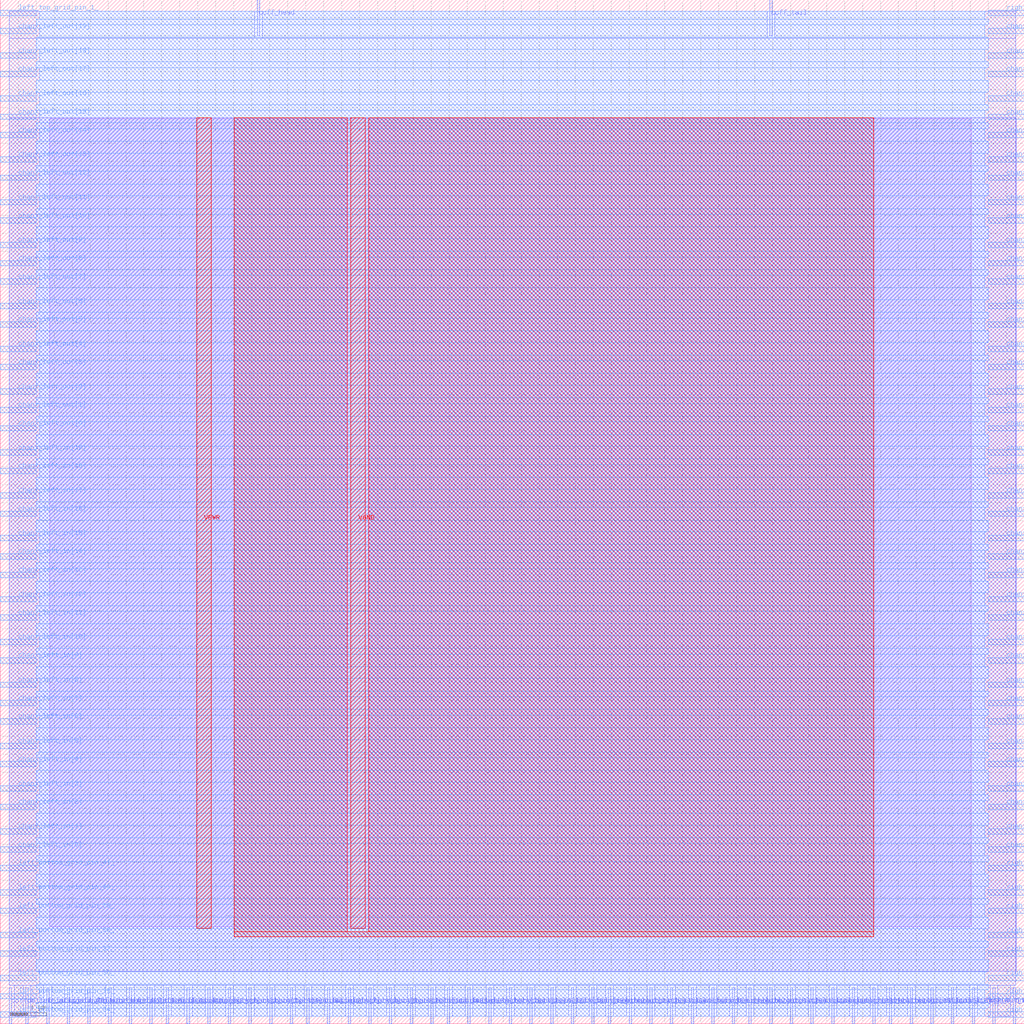
<source format=lef>
VERSION 5.7 ;
  NOWIREEXTENSIONATPIN ON ;
  DIVIDERCHAR "/" ;
  BUSBITCHARS "[]" ;
MACRO sb_1__2_
  CLASS BLOCK ;
  FOREIGN sb_1__2_ ;
  ORIGIN 0.000 0.000 ;
  SIZE 114.000 BY 114.000 ;
  PIN SC_IN_BOT
    DIRECTION INPUT ;
    PORT
      LAYER met2 ;
        RECT 108.190 0.000 108.470 4.000 ;
    END
  END SC_IN_BOT
  PIN SC_OUT_BOT
    DIRECTION OUTPUT TRISTATE ;
    PORT
      LAYER met2 ;
        RECT 110.490 0.000 110.770 4.000 ;
    END
  END SC_OUT_BOT
  PIN bottom_left_grid_pin_42_
    DIRECTION INPUT ;
    PORT
      LAYER met2 ;
        RECT 1.010 0.000 1.290 4.000 ;
    END
  END bottom_left_grid_pin_42_
  PIN bottom_left_grid_pin_43_
    DIRECTION INPUT ;
    PORT
      LAYER met2 ;
        RECT 2.850 0.000 3.130 4.000 ;
    END
  END bottom_left_grid_pin_43_
  PIN bottom_left_grid_pin_44_
    DIRECTION INPUT ;
    PORT
      LAYER met2 ;
        RECT 5.150 0.000 5.430 4.000 ;
    END
  END bottom_left_grid_pin_44_
  PIN bottom_left_grid_pin_45_
    DIRECTION INPUT ;
    PORT
      LAYER met2 ;
        RECT 7.450 0.000 7.730 4.000 ;
    END
  END bottom_left_grid_pin_45_
  PIN bottom_left_grid_pin_46_
    DIRECTION INPUT ;
    PORT
      LAYER met2 ;
        RECT 9.750 0.000 10.030 4.000 ;
    END
  END bottom_left_grid_pin_46_
  PIN bottom_left_grid_pin_47_
    DIRECTION INPUT ;
    PORT
      LAYER met2 ;
        RECT 12.050 0.000 12.330 4.000 ;
    END
  END bottom_left_grid_pin_47_
  PIN bottom_left_grid_pin_48_
    DIRECTION INPUT ;
    PORT
      LAYER met2 ;
        RECT 14.350 0.000 14.630 4.000 ;
    END
  END bottom_left_grid_pin_48_
  PIN bottom_left_grid_pin_49_
    DIRECTION INPUT ;
    PORT
      LAYER met2 ;
        RECT 16.650 0.000 16.930 4.000 ;
    END
  END bottom_left_grid_pin_49_
  PIN ccff_head
    DIRECTION INPUT ;
    PORT
      LAYER met2 ;
        RECT 28.610 110.000 28.890 114.000 ;
    END
  END ccff_head
  PIN ccff_tail
    DIRECTION OUTPUT TRISTATE ;
    PORT
      LAYER met2 ;
        RECT 85.650 110.000 85.930 114.000 ;
    END
  END ccff_tail
  PIN chanx_left_in[0]
    DIRECTION INPUT ;
    PORT
      LAYER met3 ;
        RECT 0.000 19.080 4.000 19.680 ;
    END
  END chanx_left_in[0]
  PIN chanx_left_in[10]
    DIRECTION INPUT ;
    PORT
      LAYER met3 ;
        RECT 0.000 42.200 4.000 42.800 ;
    END
  END chanx_left_in[10]
  PIN chanx_left_in[11]
    DIRECTION INPUT ;
    PORT
      LAYER met3 ;
        RECT 0.000 44.920 4.000 45.520 ;
    END
  END chanx_left_in[11]
  PIN chanx_left_in[12]
    DIRECTION INPUT ;
    PORT
      LAYER met3 ;
        RECT 0.000 46.960 4.000 47.560 ;
    END
  END chanx_left_in[12]
  PIN chanx_left_in[13]
    DIRECTION INPUT ;
    PORT
      LAYER met3 ;
        RECT 0.000 49.680 4.000 50.280 ;
    END
  END chanx_left_in[13]
  PIN chanx_left_in[14]
    DIRECTION INPUT ;
    PORT
      LAYER met3 ;
        RECT 0.000 51.720 4.000 52.320 ;
    END
  END chanx_left_in[14]
  PIN chanx_left_in[15]
    DIRECTION INPUT ;
    PORT
      LAYER met3 ;
        RECT 0.000 53.760 4.000 54.360 ;
    END
  END chanx_left_in[15]
  PIN chanx_left_in[16]
    DIRECTION INPUT ;
    PORT
      LAYER met3 ;
        RECT 0.000 56.480 4.000 57.080 ;
    END
  END chanx_left_in[16]
  PIN chanx_left_in[17]
    DIRECTION INPUT ;
    PORT
      LAYER met3 ;
        RECT 0.000 58.520 4.000 59.120 ;
    END
  END chanx_left_in[17]
  PIN chanx_left_in[18]
    DIRECTION INPUT ;
    PORT
      LAYER met3 ;
        RECT 0.000 61.240 4.000 61.840 ;
    END
  END chanx_left_in[18]
  PIN chanx_left_in[19]
    DIRECTION INPUT ;
    PORT
      LAYER met3 ;
        RECT 0.000 63.280 4.000 63.880 ;
    END
  END chanx_left_in[19]
  PIN chanx_left_in[1]
    DIRECTION INPUT ;
    PORT
      LAYER met3 ;
        RECT 0.000 21.120 4.000 21.720 ;
    END
  END chanx_left_in[1]
  PIN chanx_left_in[2]
    DIRECTION INPUT ;
    PORT
      LAYER met3 ;
        RECT 0.000 23.840 4.000 24.440 ;
    END
  END chanx_left_in[2]
  PIN chanx_left_in[3]
    DIRECTION INPUT ;
    PORT
      LAYER met3 ;
        RECT 0.000 25.880 4.000 26.480 ;
    END
  END chanx_left_in[3]
  PIN chanx_left_in[4]
    DIRECTION INPUT ;
    PORT
      LAYER met3 ;
        RECT 0.000 28.600 4.000 29.200 ;
    END
  END chanx_left_in[4]
  PIN chanx_left_in[5]
    DIRECTION INPUT ;
    PORT
      LAYER met3 ;
        RECT 0.000 30.640 4.000 31.240 ;
    END
  END chanx_left_in[5]
  PIN chanx_left_in[6]
    DIRECTION INPUT ;
    PORT
      LAYER met3 ;
        RECT 0.000 33.360 4.000 33.960 ;
    END
  END chanx_left_in[6]
  PIN chanx_left_in[7]
    DIRECTION INPUT ;
    PORT
      LAYER met3 ;
        RECT 0.000 35.400 4.000 36.000 ;
    END
  END chanx_left_in[7]
  PIN chanx_left_in[8]
    DIRECTION INPUT ;
    PORT
      LAYER met3 ;
        RECT 0.000 37.440 4.000 38.040 ;
    END
  END chanx_left_in[8]
  PIN chanx_left_in[9]
    DIRECTION INPUT ;
    PORT
      LAYER met3 ;
        RECT 0.000 40.160 4.000 40.760 ;
    END
  END chanx_left_in[9]
  PIN chanx_left_out[0]
    DIRECTION OUTPUT TRISTATE ;
    PORT
      LAYER met3 ;
        RECT 0.000 66.000 4.000 66.600 ;
    END
  END chanx_left_out[0]
  PIN chanx_left_out[10]
    DIRECTION OUTPUT TRISTATE ;
    PORT
      LAYER met3 ;
        RECT 0.000 89.120 4.000 89.720 ;
    END
  END chanx_left_out[10]
  PIN chanx_left_out[11]
    DIRECTION OUTPUT TRISTATE ;
    PORT
      LAYER met3 ;
        RECT 0.000 91.160 4.000 91.760 ;
    END
  END chanx_left_out[11]
  PIN chanx_left_out[12]
    DIRECTION OUTPUT TRISTATE ;
    PORT
      LAYER met3 ;
        RECT 0.000 93.880 4.000 94.480 ;
    END
  END chanx_left_out[12]
  PIN chanx_left_out[13]
    DIRECTION OUTPUT TRISTATE ;
    PORT
      LAYER met3 ;
        RECT 0.000 95.920 4.000 96.520 ;
    END
  END chanx_left_out[13]
  PIN chanx_left_out[14]
    DIRECTION OUTPUT TRISTATE ;
    PORT
      LAYER met3 ;
        RECT 0.000 98.640 4.000 99.240 ;
    END
  END chanx_left_out[14]
  PIN chanx_left_out[15]
    DIRECTION OUTPUT TRISTATE ;
    PORT
      LAYER met3 ;
        RECT 0.000 100.680 4.000 101.280 ;
    END
  END chanx_left_out[15]
  PIN chanx_left_out[16]
    DIRECTION OUTPUT TRISTATE ;
    PORT
      LAYER met3 ;
        RECT 0.000 102.720 4.000 103.320 ;
    END
  END chanx_left_out[16]
  PIN chanx_left_out[17]
    DIRECTION OUTPUT TRISTATE ;
    PORT
      LAYER met3 ;
        RECT 0.000 105.440 4.000 106.040 ;
    END
  END chanx_left_out[17]
  PIN chanx_left_out[18]
    DIRECTION OUTPUT TRISTATE ;
    PORT
      LAYER met3 ;
        RECT 0.000 107.480 4.000 108.080 ;
    END
  END chanx_left_out[18]
  PIN chanx_left_out[19]
    DIRECTION OUTPUT TRISTATE ;
    PORT
      LAYER met3 ;
        RECT 0.000 110.200 4.000 110.800 ;
    END
  END chanx_left_out[19]
  PIN chanx_left_out[1]
    DIRECTION OUTPUT TRISTATE ;
    PORT
      LAYER met3 ;
        RECT 0.000 68.040 4.000 68.640 ;
    END
  END chanx_left_out[1]
  PIN chanx_left_out[2]
    DIRECTION OUTPUT TRISTATE ;
    PORT
      LAYER met3 ;
        RECT 0.000 70.080 4.000 70.680 ;
    END
  END chanx_left_out[2]
  PIN chanx_left_out[3]
    DIRECTION OUTPUT TRISTATE ;
    PORT
      LAYER met3 ;
        RECT 0.000 72.800 4.000 73.400 ;
    END
  END chanx_left_out[3]
  PIN chanx_left_out[4]
    DIRECTION OUTPUT TRISTATE ;
    PORT
      LAYER met3 ;
        RECT 0.000 74.840 4.000 75.440 ;
    END
  END chanx_left_out[4]
  PIN chanx_left_out[5]
    DIRECTION OUTPUT TRISTATE ;
    PORT
      LAYER met3 ;
        RECT 0.000 77.560 4.000 78.160 ;
    END
  END chanx_left_out[5]
  PIN chanx_left_out[6]
    DIRECTION OUTPUT TRISTATE ;
    PORT
      LAYER met3 ;
        RECT 0.000 79.600 4.000 80.200 ;
    END
  END chanx_left_out[6]
  PIN chanx_left_out[7]
    DIRECTION OUTPUT TRISTATE ;
    PORT
      LAYER met3 ;
        RECT 0.000 82.320 4.000 82.920 ;
    END
  END chanx_left_out[7]
  PIN chanx_left_out[8]
    DIRECTION OUTPUT TRISTATE ;
    PORT
      LAYER met3 ;
        RECT 0.000 84.360 4.000 84.960 ;
    END
  END chanx_left_out[8]
  PIN chanx_left_out[9]
    DIRECTION OUTPUT TRISTATE ;
    PORT
      LAYER met3 ;
        RECT 0.000 86.400 4.000 87.000 ;
    END
  END chanx_left_out[9]
  PIN chanx_right_in[0]
    DIRECTION INPUT ;
    PORT
      LAYER met3 ;
        RECT 110.000 19.080 114.000 19.680 ;
    END
  END chanx_right_in[0]
  PIN chanx_right_in[10]
    DIRECTION INPUT ;
    PORT
      LAYER met3 ;
        RECT 110.000 42.200 114.000 42.800 ;
    END
  END chanx_right_in[10]
  PIN chanx_right_in[11]
    DIRECTION INPUT ;
    PORT
      LAYER met3 ;
        RECT 110.000 44.920 114.000 45.520 ;
    END
  END chanx_right_in[11]
  PIN chanx_right_in[12]
    DIRECTION INPUT ;
    PORT
      LAYER met3 ;
        RECT 110.000 46.960 114.000 47.560 ;
    END
  END chanx_right_in[12]
  PIN chanx_right_in[13]
    DIRECTION INPUT ;
    PORT
      LAYER met3 ;
        RECT 110.000 49.680 114.000 50.280 ;
    END
  END chanx_right_in[13]
  PIN chanx_right_in[14]
    DIRECTION INPUT ;
    PORT
      LAYER met3 ;
        RECT 110.000 51.720 114.000 52.320 ;
    END
  END chanx_right_in[14]
  PIN chanx_right_in[15]
    DIRECTION INPUT ;
    PORT
      LAYER met3 ;
        RECT 110.000 53.760 114.000 54.360 ;
    END
  END chanx_right_in[15]
  PIN chanx_right_in[16]
    DIRECTION INPUT ;
    PORT
      LAYER met3 ;
        RECT 110.000 56.480 114.000 57.080 ;
    END
  END chanx_right_in[16]
  PIN chanx_right_in[17]
    DIRECTION INPUT ;
    PORT
      LAYER met3 ;
        RECT 110.000 58.520 114.000 59.120 ;
    END
  END chanx_right_in[17]
  PIN chanx_right_in[18]
    DIRECTION INPUT ;
    PORT
      LAYER met3 ;
        RECT 110.000 61.240 114.000 61.840 ;
    END
  END chanx_right_in[18]
  PIN chanx_right_in[19]
    DIRECTION INPUT ;
    PORT
      LAYER met3 ;
        RECT 110.000 63.280 114.000 63.880 ;
    END
  END chanx_right_in[19]
  PIN chanx_right_in[1]
    DIRECTION INPUT ;
    PORT
      LAYER met3 ;
        RECT 110.000 21.120 114.000 21.720 ;
    END
  END chanx_right_in[1]
  PIN chanx_right_in[2]
    DIRECTION INPUT ;
    PORT
      LAYER met3 ;
        RECT 110.000 23.840 114.000 24.440 ;
    END
  END chanx_right_in[2]
  PIN chanx_right_in[3]
    DIRECTION INPUT ;
    PORT
      LAYER met3 ;
        RECT 110.000 25.880 114.000 26.480 ;
    END
  END chanx_right_in[3]
  PIN chanx_right_in[4]
    DIRECTION INPUT ;
    PORT
      LAYER met3 ;
        RECT 110.000 28.600 114.000 29.200 ;
    END
  END chanx_right_in[4]
  PIN chanx_right_in[5]
    DIRECTION INPUT ;
    PORT
      LAYER met3 ;
        RECT 110.000 30.640 114.000 31.240 ;
    END
  END chanx_right_in[5]
  PIN chanx_right_in[6]
    DIRECTION INPUT ;
    PORT
      LAYER met3 ;
        RECT 110.000 33.360 114.000 33.960 ;
    END
  END chanx_right_in[6]
  PIN chanx_right_in[7]
    DIRECTION INPUT ;
    PORT
      LAYER met3 ;
        RECT 110.000 35.400 114.000 36.000 ;
    END
  END chanx_right_in[7]
  PIN chanx_right_in[8]
    DIRECTION INPUT ;
    PORT
      LAYER met3 ;
        RECT 110.000 37.440 114.000 38.040 ;
    END
  END chanx_right_in[8]
  PIN chanx_right_in[9]
    DIRECTION INPUT ;
    PORT
      LAYER met3 ;
        RECT 110.000 40.160 114.000 40.760 ;
    END
  END chanx_right_in[9]
  PIN chanx_right_out[0]
    DIRECTION OUTPUT TRISTATE ;
    PORT
      LAYER met3 ;
        RECT 110.000 66.000 114.000 66.600 ;
    END
  END chanx_right_out[0]
  PIN chanx_right_out[10]
    DIRECTION OUTPUT TRISTATE ;
    PORT
      LAYER met3 ;
        RECT 110.000 89.120 114.000 89.720 ;
    END
  END chanx_right_out[10]
  PIN chanx_right_out[11]
    DIRECTION OUTPUT TRISTATE ;
    PORT
      LAYER met3 ;
        RECT 110.000 91.160 114.000 91.760 ;
    END
  END chanx_right_out[11]
  PIN chanx_right_out[12]
    DIRECTION OUTPUT TRISTATE ;
    PORT
      LAYER met3 ;
        RECT 110.000 93.880 114.000 94.480 ;
    END
  END chanx_right_out[12]
  PIN chanx_right_out[13]
    DIRECTION OUTPUT TRISTATE ;
    PORT
      LAYER met3 ;
        RECT 110.000 95.920 114.000 96.520 ;
    END
  END chanx_right_out[13]
  PIN chanx_right_out[14]
    DIRECTION OUTPUT TRISTATE ;
    PORT
      LAYER met3 ;
        RECT 110.000 98.640 114.000 99.240 ;
    END
  END chanx_right_out[14]
  PIN chanx_right_out[15]
    DIRECTION OUTPUT TRISTATE ;
    PORT
      LAYER met3 ;
        RECT 110.000 100.680 114.000 101.280 ;
    END
  END chanx_right_out[15]
  PIN chanx_right_out[16]
    DIRECTION OUTPUT TRISTATE ;
    PORT
      LAYER met3 ;
        RECT 110.000 102.720 114.000 103.320 ;
    END
  END chanx_right_out[16]
  PIN chanx_right_out[17]
    DIRECTION OUTPUT TRISTATE ;
    PORT
      LAYER met3 ;
        RECT 110.000 105.440 114.000 106.040 ;
    END
  END chanx_right_out[17]
  PIN chanx_right_out[18]
    DIRECTION OUTPUT TRISTATE ;
    PORT
      LAYER met3 ;
        RECT 110.000 107.480 114.000 108.080 ;
    END
  END chanx_right_out[18]
  PIN chanx_right_out[19]
    DIRECTION OUTPUT TRISTATE ;
    PORT
      LAYER met3 ;
        RECT 110.000 110.200 114.000 110.800 ;
    END
  END chanx_right_out[19]
  PIN chanx_right_out[1]
    DIRECTION OUTPUT TRISTATE ;
    PORT
      LAYER met3 ;
        RECT 110.000 68.040 114.000 68.640 ;
    END
  END chanx_right_out[1]
  PIN chanx_right_out[2]
    DIRECTION OUTPUT TRISTATE ;
    PORT
      LAYER met3 ;
        RECT 110.000 70.080 114.000 70.680 ;
    END
  END chanx_right_out[2]
  PIN chanx_right_out[3]
    DIRECTION OUTPUT TRISTATE ;
    PORT
      LAYER met3 ;
        RECT 110.000 72.800 114.000 73.400 ;
    END
  END chanx_right_out[3]
  PIN chanx_right_out[4]
    DIRECTION OUTPUT TRISTATE ;
    PORT
      LAYER met3 ;
        RECT 110.000 74.840 114.000 75.440 ;
    END
  END chanx_right_out[4]
  PIN chanx_right_out[5]
    DIRECTION OUTPUT TRISTATE ;
    PORT
      LAYER met3 ;
        RECT 110.000 77.560 114.000 78.160 ;
    END
  END chanx_right_out[5]
  PIN chanx_right_out[6]
    DIRECTION OUTPUT TRISTATE ;
    PORT
      LAYER met3 ;
        RECT 110.000 79.600 114.000 80.200 ;
    END
  END chanx_right_out[6]
  PIN chanx_right_out[7]
    DIRECTION OUTPUT TRISTATE ;
    PORT
      LAYER met3 ;
        RECT 110.000 82.320 114.000 82.920 ;
    END
  END chanx_right_out[7]
  PIN chanx_right_out[8]
    DIRECTION OUTPUT TRISTATE ;
    PORT
      LAYER met3 ;
        RECT 110.000 84.360 114.000 84.960 ;
    END
  END chanx_right_out[8]
  PIN chanx_right_out[9]
    DIRECTION OUTPUT TRISTATE ;
    PORT
      LAYER met3 ;
        RECT 110.000 86.400 114.000 87.000 ;
    END
  END chanx_right_out[9]
  PIN chany_bottom_in[0]
    DIRECTION INPUT ;
    PORT
      LAYER met2 ;
        RECT 18.490 0.000 18.770 4.000 ;
    END
  END chany_bottom_in[0]
  PIN chany_bottom_in[10]
    DIRECTION INPUT ;
    PORT
      LAYER met2 ;
        RECT 41.030 0.000 41.310 4.000 ;
    END
  END chany_bottom_in[10]
  PIN chany_bottom_in[11]
    DIRECTION INPUT ;
    PORT
      LAYER met2 ;
        RECT 43.330 0.000 43.610 4.000 ;
    END
  END chany_bottom_in[11]
  PIN chany_bottom_in[12]
    DIRECTION INPUT ;
    PORT
      LAYER met2 ;
        RECT 45.630 0.000 45.910 4.000 ;
    END
  END chany_bottom_in[12]
  PIN chany_bottom_in[13]
    DIRECTION INPUT ;
    PORT
      LAYER met2 ;
        RECT 47.930 0.000 48.210 4.000 ;
    END
  END chany_bottom_in[13]
  PIN chany_bottom_in[14]
    DIRECTION INPUT ;
    PORT
      LAYER met2 ;
        RECT 49.770 0.000 50.050 4.000 ;
    END
  END chany_bottom_in[14]
  PIN chany_bottom_in[15]
    DIRECTION INPUT ;
    PORT
      LAYER met2 ;
        RECT 52.070 0.000 52.350 4.000 ;
    END
  END chany_bottom_in[15]
  PIN chany_bottom_in[16]
    DIRECTION INPUT ;
    PORT
      LAYER met2 ;
        RECT 54.370 0.000 54.650 4.000 ;
    END
  END chany_bottom_in[16]
  PIN chany_bottom_in[17]
    DIRECTION INPUT ;
    PORT
      LAYER met2 ;
        RECT 56.670 0.000 56.950 4.000 ;
    END
  END chany_bottom_in[17]
  PIN chany_bottom_in[18]
    DIRECTION INPUT ;
    PORT
      LAYER met2 ;
        RECT 58.970 0.000 59.250 4.000 ;
    END
  END chany_bottom_in[18]
  PIN chany_bottom_in[19]
    DIRECTION INPUT ;
    PORT
      LAYER met2 ;
        RECT 61.270 0.000 61.550 4.000 ;
    END
  END chany_bottom_in[19]
  PIN chany_bottom_in[1]
    DIRECTION INPUT ;
    PORT
      LAYER met2 ;
        RECT 20.790 0.000 21.070 4.000 ;
    END
  END chany_bottom_in[1]
  PIN chany_bottom_in[2]
    DIRECTION INPUT ;
    PORT
      LAYER met2 ;
        RECT 23.090 0.000 23.370 4.000 ;
    END
  END chany_bottom_in[2]
  PIN chany_bottom_in[3]
    DIRECTION INPUT ;
    PORT
      LAYER met2 ;
        RECT 25.390 0.000 25.670 4.000 ;
    END
  END chany_bottom_in[3]
  PIN chany_bottom_in[4]
    DIRECTION INPUT ;
    PORT
      LAYER met2 ;
        RECT 27.690 0.000 27.970 4.000 ;
    END
  END chany_bottom_in[4]
  PIN chany_bottom_in[5]
    DIRECTION INPUT ;
    PORT
      LAYER met2 ;
        RECT 29.990 0.000 30.270 4.000 ;
    END
  END chany_bottom_in[5]
  PIN chany_bottom_in[6]
    DIRECTION INPUT ;
    PORT
      LAYER met2 ;
        RECT 32.290 0.000 32.570 4.000 ;
    END
  END chany_bottom_in[6]
  PIN chany_bottom_in[7]
    DIRECTION INPUT ;
    PORT
      LAYER met2 ;
        RECT 34.130 0.000 34.410 4.000 ;
    END
  END chany_bottom_in[7]
  PIN chany_bottom_in[8]
    DIRECTION INPUT ;
    PORT
      LAYER met2 ;
        RECT 36.430 0.000 36.710 4.000 ;
    END
  END chany_bottom_in[8]
  PIN chany_bottom_in[9]
    DIRECTION INPUT ;
    PORT
      LAYER met2 ;
        RECT 38.730 0.000 39.010 4.000 ;
    END
  END chany_bottom_in[9]
  PIN chany_bottom_out[0]
    DIRECTION OUTPUT TRISTATE ;
    PORT
      LAYER met2 ;
        RECT 63.570 0.000 63.850 4.000 ;
    END
  END chany_bottom_out[0]
  PIN chany_bottom_out[10]
    DIRECTION OUTPUT TRISTATE ;
    PORT
      LAYER met2 ;
        RECT 85.650 0.000 85.930 4.000 ;
    END
  END chany_bottom_out[10]
  PIN chany_bottom_out[11]
    DIRECTION OUTPUT TRISTATE ;
    PORT
      LAYER met2 ;
        RECT 87.950 0.000 88.230 4.000 ;
    END
  END chany_bottom_out[11]
  PIN chany_bottom_out[12]
    DIRECTION OUTPUT TRISTATE ;
    PORT
      LAYER met2 ;
        RECT 90.250 0.000 90.530 4.000 ;
    END
  END chany_bottom_out[12]
  PIN chany_bottom_out[13]
    DIRECTION OUTPUT TRISTATE ;
    PORT
      LAYER met2 ;
        RECT 92.550 0.000 92.830 4.000 ;
    END
  END chany_bottom_out[13]
  PIN chany_bottom_out[14]
    DIRECTION OUTPUT TRISTATE ;
    PORT
      LAYER met2 ;
        RECT 94.850 0.000 95.130 4.000 ;
    END
  END chany_bottom_out[14]
  PIN chany_bottom_out[15]
    DIRECTION OUTPUT TRISTATE ;
    PORT
      LAYER met2 ;
        RECT 97.150 0.000 97.430 4.000 ;
    END
  END chany_bottom_out[15]
  PIN chany_bottom_out[16]
    DIRECTION OUTPUT TRISTATE ;
    PORT
      LAYER met2 ;
        RECT 98.990 0.000 99.270 4.000 ;
    END
  END chany_bottom_out[16]
  PIN chany_bottom_out[17]
    DIRECTION OUTPUT TRISTATE ;
    PORT
      LAYER met2 ;
        RECT 101.290 0.000 101.570 4.000 ;
    END
  END chany_bottom_out[17]
  PIN chany_bottom_out[18]
    DIRECTION OUTPUT TRISTATE ;
    PORT
      LAYER met2 ;
        RECT 103.590 0.000 103.870 4.000 ;
    END
  END chany_bottom_out[18]
  PIN chany_bottom_out[19]
    DIRECTION OUTPUT TRISTATE ;
    PORT
      LAYER met2 ;
        RECT 105.890 0.000 106.170 4.000 ;
    END
  END chany_bottom_out[19]
  PIN chany_bottom_out[1]
    DIRECTION OUTPUT TRISTATE ;
    PORT
      LAYER met2 ;
        RECT 65.870 0.000 66.150 4.000 ;
    END
  END chany_bottom_out[1]
  PIN chany_bottom_out[2]
    DIRECTION OUTPUT TRISTATE ;
    PORT
      LAYER met2 ;
        RECT 67.710 0.000 67.990 4.000 ;
    END
  END chany_bottom_out[2]
  PIN chany_bottom_out[3]
    DIRECTION OUTPUT TRISTATE ;
    PORT
      LAYER met2 ;
        RECT 70.010 0.000 70.290 4.000 ;
    END
  END chany_bottom_out[3]
  PIN chany_bottom_out[4]
    DIRECTION OUTPUT TRISTATE ;
    PORT
      LAYER met2 ;
        RECT 72.310 0.000 72.590 4.000 ;
    END
  END chany_bottom_out[4]
  PIN chany_bottom_out[5]
    DIRECTION OUTPUT TRISTATE ;
    PORT
      LAYER met2 ;
        RECT 74.610 0.000 74.890 4.000 ;
    END
  END chany_bottom_out[5]
  PIN chany_bottom_out[6]
    DIRECTION OUTPUT TRISTATE ;
    PORT
      LAYER met2 ;
        RECT 76.910 0.000 77.190 4.000 ;
    END
  END chany_bottom_out[6]
  PIN chany_bottom_out[7]
    DIRECTION OUTPUT TRISTATE ;
    PORT
      LAYER met2 ;
        RECT 79.210 0.000 79.490 4.000 ;
    END
  END chany_bottom_out[7]
  PIN chany_bottom_out[8]
    DIRECTION OUTPUT TRISTATE ;
    PORT
      LAYER met2 ;
        RECT 81.510 0.000 81.790 4.000 ;
    END
  END chany_bottom_out[8]
  PIN chany_bottom_out[9]
    DIRECTION OUTPUT TRISTATE ;
    PORT
      LAYER met2 ;
        RECT 83.350 0.000 83.630 4.000 ;
    END
  END chany_bottom_out[9]
  PIN left_bottom_grid_pin_34_
    DIRECTION INPUT ;
    PORT
      LAYER met3 ;
        RECT 0.000 0.720 4.000 1.320 ;
    END
  END left_bottom_grid_pin_34_
  PIN left_bottom_grid_pin_35_
    DIRECTION INPUT ;
    PORT
      LAYER met3 ;
        RECT 0.000 2.760 4.000 3.360 ;
    END
  END left_bottom_grid_pin_35_
  PIN left_bottom_grid_pin_36_
    DIRECTION INPUT ;
    PORT
      LAYER met3 ;
        RECT 0.000 4.800 4.000 5.400 ;
    END
  END left_bottom_grid_pin_36_
  PIN left_bottom_grid_pin_37_
    DIRECTION INPUT ;
    PORT
      LAYER met3 ;
        RECT 0.000 7.520 4.000 8.120 ;
    END
  END left_bottom_grid_pin_37_
  PIN left_bottom_grid_pin_38_
    DIRECTION INPUT ;
    PORT
      LAYER met3 ;
        RECT 0.000 9.560 4.000 10.160 ;
    END
  END left_bottom_grid_pin_38_
  PIN left_bottom_grid_pin_39_
    DIRECTION INPUT ;
    PORT
      LAYER met3 ;
        RECT 0.000 12.280 4.000 12.880 ;
    END
  END left_bottom_grid_pin_39_
  PIN left_bottom_grid_pin_40_
    DIRECTION INPUT ;
    PORT
      LAYER met3 ;
        RECT 0.000 14.320 4.000 14.920 ;
    END
  END left_bottom_grid_pin_40_
  PIN left_bottom_grid_pin_41_
    DIRECTION INPUT ;
    PORT
      LAYER met3 ;
        RECT 0.000 17.040 4.000 17.640 ;
    END
  END left_bottom_grid_pin_41_
  PIN left_top_grid_pin_1_
    DIRECTION INPUT ;
    PORT
      LAYER met3 ;
        RECT 0.000 112.240 4.000 112.840 ;
    END
  END left_top_grid_pin_1_
  PIN prog_clk_0_S_in
    DIRECTION INPUT ;
    PORT
      LAYER met2 ;
        RECT 112.790 0.000 113.070 4.000 ;
    END
  END prog_clk_0_S_in
  PIN right_bottom_grid_pin_34_
    DIRECTION INPUT ;
    PORT
      LAYER met3 ;
        RECT 110.000 0.720 114.000 1.320 ;
    END
  END right_bottom_grid_pin_34_
  PIN right_bottom_grid_pin_35_
    DIRECTION INPUT ;
    PORT
      LAYER met3 ;
        RECT 110.000 2.760 114.000 3.360 ;
    END
  END right_bottom_grid_pin_35_
  PIN right_bottom_grid_pin_36_
    DIRECTION INPUT ;
    PORT
      LAYER met3 ;
        RECT 110.000 4.800 114.000 5.400 ;
    END
  END right_bottom_grid_pin_36_
  PIN right_bottom_grid_pin_37_
    DIRECTION INPUT ;
    PORT
      LAYER met3 ;
        RECT 110.000 7.520 114.000 8.120 ;
    END
  END right_bottom_grid_pin_37_
  PIN right_bottom_grid_pin_38_
    DIRECTION INPUT ;
    PORT
      LAYER met3 ;
        RECT 110.000 9.560 114.000 10.160 ;
    END
  END right_bottom_grid_pin_38_
  PIN right_bottom_grid_pin_39_
    DIRECTION INPUT ;
    PORT
      LAYER met3 ;
        RECT 110.000 12.280 114.000 12.880 ;
    END
  END right_bottom_grid_pin_39_
  PIN right_bottom_grid_pin_40_
    DIRECTION INPUT ;
    PORT
      LAYER met3 ;
        RECT 110.000 14.320 114.000 14.920 ;
    END
  END right_bottom_grid_pin_40_
  PIN right_bottom_grid_pin_41_
    DIRECTION INPUT ;
    PORT
      LAYER met3 ;
        RECT 110.000 17.040 114.000 17.640 ;
    END
  END right_bottom_grid_pin_41_
  PIN right_top_grid_pin_1_
    DIRECTION INPUT ;
    PORT
      LAYER met3 ;
        RECT 110.000 112.240 114.000 112.840 ;
    END
  END right_top_grid_pin_1_
  PIN VPWR
    DIRECTION INPUT ;
    USE POWER ;
    PORT
      LAYER met4 ;
        RECT 21.880 10.640 23.480 100.880 ;
    END
  END VPWR
  PIN VGND
    DIRECTION INPUT ;
    USE GROUND ;
    PORT
      LAYER met4 ;
        RECT 39.040 10.640 40.640 100.880 ;
    END
  END VGND
  OBS
      LAYER li1 ;
        RECT 5.520 10.795 108.100 100.725 ;
      LAYER met1 ;
        RECT 0.990 5.820 113.090 100.880 ;
      LAYER met2 ;
        RECT 1.020 109.720 28.330 112.725 ;
        RECT 29.170 109.720 85.370 112.725 ;
        RECT 86.210 109.720 113.060 112.725 ;
        RECT 1.020 4.280 113.060 109.720 ;
        RECT 1.570 0.835 2.570 4.280 ;
        RECT 3.410 0.835 4.870 4.280 ;
        RECT 5.710 0.835 7.170 4.280 ;
        RECT 8.010 0.835 9.470 4.280 ;
        RECT 10.310 0.835 11.770 4.280 ;
        RECT 12.610 0.835 14.070 4.280 ;
        RECT 14.910 0.835 16.370 4.280 ;
        RECT 17.210 0.835 18.210 4.280 ;
        RECT 19.050 0.835 20.510 4.280 ;
        RECT 21.350 0.835 22.810 4.280 ;
        RECT 23.650 0.835 25.110 4.280 ;
        RECT 25.950 0.835 27.410 4.280 ;
        RECT 28.250 0.835 29.710 4.280 ;
        RECT 30.550 0.835 32.010 4.280 ;
        RECT 32.850 0.835 33.850 4.280 ;
        RECT 34.690 0.835 36.150 4.280 ;
        RECT 36.990 0.835 38.450 4.280 ;
        RECT 39.290 0.835 40.750 4.280 ;
        RECT 41.590 0.835 43.050 4.280 ;
        RECT 43.890 0.835 45.350 4.280 ;
        RECT 46.190 0.835 47.650 4.280 ;
        RECT 48.490 0.835 49.490 4.280 ;
        RECT 50.330 0.835 51.790 4.280 ;
        RECT 52.630 0.835 54.090 4.280 ;
        RECT 54.930 0.835 56.390 4.280 ;
        RECT 57.230 0.835 58.690 4.280 ;
        RECT 59.530 0.835 60.990 4.280 ;
        RECT 61.830 0.835 63.290 4.280 ;
        RECT 64.130 0.835 65.590 4.280 ;
        RECT 66.430 0.835 67.430 4.280 ;
        RECT 68.270 0.835 69.730 4.280 ;
        RECT 70.570 0.835 72.030 4.280 ;
        RECT 72.870 0.835 74.330 4.280 ;
        RECT 75.170 0.835 76.630 4.280 ;
        RECT 77.470 0.835 78.930 4.280 ;
        RECT 79.770 0.835 81.230 4.280 ;
        RECT 82.070 0.835 83.070 4.280 ;
        RECT 83.910 0.835 85.370 4.280 ;
        RECT 86.210 0.835 87.670 4.280 ;
        RECT 88.510 0.835 89.970 4.280 ;
        RECT 90.810 0.835 92.270 4.280 ;
        RECT 93.110 0.835 94.570 4.280 ;
        RECT 95.410 0.835 96.870 4.280 ;
        RECT 97.710 0.835 98.710 4.280 ;
        RECT 99.550 0.835 101.010 4.280 ;
        RECT 101.850 0.835 103.310 4.280 ;
        RECT 104.150 0.835 105.610 4.280 ;
        RECT 106.450 0.835 107.910 4.280 ;
        RECT 108.750 0.835 110.210 4.280 ;
        RECT 111.050 0.835 112.510 4.280 ;
      LAYER met3 ;
        RECT 4.400 111.840 109.600 112.705 ;
        RECT 4.000 111.200 110.000 111.840 ;
        RECT 4.400 109.800 109.600 111.200 ;
        RECT 4.000 108.480 110.000 109.800 ;
        RECT 4.400 107.080 109.600 108.480 ;
        RECT 4.000 106.440 110.000 107.080 ;
        RECT 4.400 105.040 109.600 106.440 ;
        RECT 4.000 103.720 110.000 105.040 ;
        RECT 4.400 102.320 109.600 103.720 ;
        RECT 4.000 101.680 110.000 102.320 ;
        RECT 4.400 100.280 109.600 101.680 ;
        RECT 4.000 99.640 110.000 100.280 ;
        RECT 4.400 98.240 109.600 99.640 ;
        RECT 4.000 96.920 110.000 98.240 ;
        RECT 4.400 95.520 109.600 96.920 ;
        RECT 4.000 94.880 110.000 95.520 ;
        RECT 4.400 93.480 109.600 94.880 ;
        RECT 4.000 92.160 110.000 93.480 ;
        RECT 4.400 90.760 109.600 92.160 ;
        RECT 4.000 90.120 110.000 90.760 ;
        RECT 4.400 88.720 109.600 90.120 ;
        RECT 4.000 87.400 110.000 88.720 ;
        RECT 4.400 86.000 109.600 87.400 ;
        RECT 4.000 85.360 110.000 86.000 ;
        RECT 4.400 83.960 109.600 85.360 ;
        RECT 4.000 83.320 110.000 83.960 ;
        RECT 4.400 81.920 109.600 83.320 ;
        RECT 4.000 80.600 110.000 81.920 ;
        RECT 4.400 79.200 109.600 80.600 ;
        RECT 4.000 78.560 110.000 79.200 ;
        RECT 4.400 77.160 109.600 78.560 ;
        RECT 4.000 75.840 110.000 77.160 ;
        RECT 4.400 74.440 109.600 75.840 ;
        RECT 4.000 73.800 110.000 74.440 ;
        RECT 4.400 72.400 109.600 73.800 ;
        RECT 4.000 71.080 110.000 72.400 ;
        RECT 4.400 69.680 109.600 71.080 ;
        RECT 4.000 69.040 110.000 69.680 ;
        RECT 4.400 67.640 109.600 69.040 ;
        RECT 4.000 67.000 110.000 67.640 ;
        RECT 4.400 65.600 109.600 67.000 ;
        RECT 4.000 64.280 110.000 65.600 ;
        RECT 4.400 62.880 109.600 64.280 ;
        RECT 4.000 62.240 110.000 62.880 ;
        RECT 4.400 60.840 109.600 62.240 ;
        RECT 4.000 59.520 110.000 60.840 ;
        RECT 4.400 58.120 109.600 59.520 ;
        RECT 4.000 57.480 110.000 58.120 ;
        RECT 4.400 56.080 109.600 57.480 ;
        RECT 4.000 54.760 110.000 56.080 ;
        RECT 4.400 53.360 109.600 54.760 ;
        RECT 4.000 52.720 110.000 53.360 ;
        RECT 4.400 51.320 109.600 52.720 ;
        RECT 4.000 50.680 110.000 51.320 ;
        RECT 4.400 49.280 109.600 50.680 ;
        RECT 4.000 47.960 110.000 49.280 ;
        RECT 4.400 46.560 109.600 47.960 ;
        RECT 4.000 45.920 110.000 46.560 ;
        RECT 4.400 44.520 109.600 45.920 ;
        RECT 4.000 43.200 110.000 44.520 ;
        RECT 4.400 41.800 109.600 43.200 ;
        RECT 4.000 41.160 110.000 41.800 ;
        RECT 4.400 39.760 109.600 41.160 ;
        RECT 4.000 38.440 110.000 39.760 ;
        RECT 4.400 37.040 109.600 38.440 ;
        RECT 4.000 36.400 110.000 37.040 ;
        RECT 4.400 35.000 109.600 36.400 ;
        RECT 4.000 34.360 110.000 35.000 ;
        RECT 4.400 32.960 109.600 34.360 ;
        RECT 4.000 31.640 110.000 32.960 ;
        RECT 4.400 30.240 109.600 31.640 ;
        RECT 4.000 29.600 110.000 30.240 ;
        RECT 4.400 28.200 109.600 29.600 ;
        RECT 4.000 26.880 110.000 28.200 ;
        RECT 4.400 25.480 109.600 26.880 ;
        RECT 4.000 24.840 110.000 25.480 ;
        RECT 4.400 23.440 109.600 24.840 ;
        RECT 4.000 22.120 110.000 23.440 ;
        RECT 4.400 20.720 109.600 22.120 ;
        RECT 4.000 20.080 110.000 20.720 ;
        RECT 4.400 18.680 109.600 20.080 ;
        RECT 4.000 18.040 110.000 18.680 ;
        RECT 4.400 16.640 109.600 18.040 ;
        RECT 4.000 15.320 110.000 16.640 ;
        RECT 4.400 13.920 109.600 15.320 ;
        RECT 4.000 13.280 110.000 13.920 ;
        RECT 4.400 11.880 109.600 13.280 ;
        RECT 4.000 10.560 110.000 11.880 ;
        RECT 4.400 9.160 109.600 10.560 ;
        RECT 4.000 8.520 110.000 9.160 ;
        RECT 4.400 7.120 109.600 8.520 ;
        RECT 4.000 5.800 110.000 7.120 ;
        RECT 4.400 4.400 109.600 5.800 ;
        RECT 4.000 3.760 110.000 4.400 ;
        RECT 4.400 2.360 109.600 3.760 ;
        RECT 4.000 1.720 110.000 2.360 ;
        RECT 4.400 0.855 109.600 1.720 ;
      LAYER met4 ;
        RECT 26.055 10.240 38.640 100.880 ;
        RECT 41.040 10.240 97.225 100.880 ;
        RECT 26.055 9.695 97.225 10.240 ;
  END
END sb_1__2_
END LIBRARY


</source>
